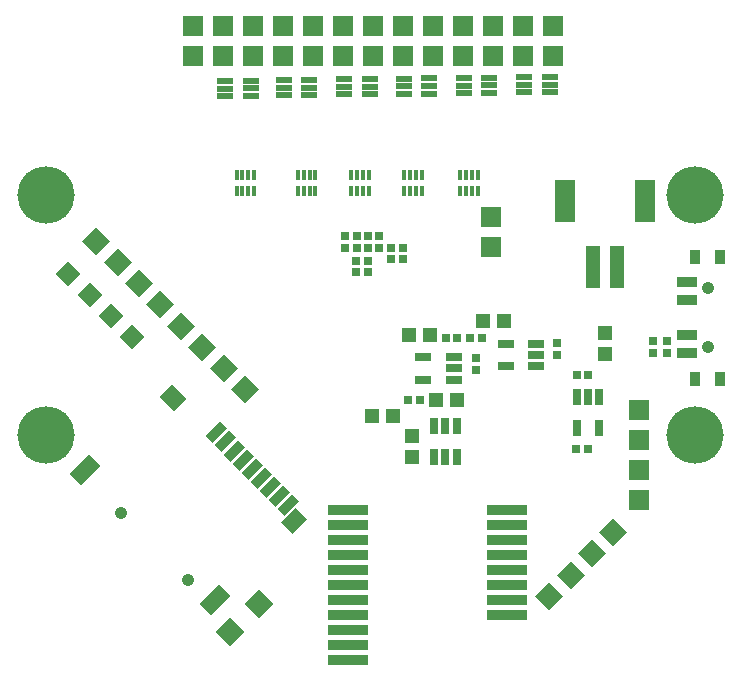
<source format=gbs>
G04 EasyPC Gerber Version 20.0.2 Build 4112 *
G04 #@! TF.Part,Single*
G04 #@! TF.FileFunction,Soldermask,Bot *
%FSLAX24Y24*%
%MOIN*%
G04 #@! TA.AperFunction,SMDPad*
%ADD123R,0.01600X0.03356*%
%ADD119R,0.02765X0.05324*%
%ADD120R,0.02962X0.05324*%
%ADD13R,0.03000X0.03000*%
%ADD132R,0.03800X0.04500*%
%ADD130R,0.04500X0.14400*%
%ADD26R,0.04537X0.04891*%
%ADD17R,0.04540X0.04930*%
%ADD129R,0.06500X0.14000*%
G04 #@! TA.AperFunction,ComponentPad*
%ADD71R,0.06600X0.06600*%
%ADD25C,0.04200*%
G04 #@! TA.AperFunction,WasherPad*
%ADD10C,0.19100*%
G04 #@! TA.AperFunction,SMDPad*
%ADD24R,0.05200X0.02400*%
%ADD118R,0.05324X0.02962*%
%ADD15R,0.03000X0.03000*%
%ADD131R,0.06500X0.03400*%
%ADD124R,0.13800X0.03800*%
%ADD121R,0.04891X0.04537*%
%ADD18R,0.04930X0.04540*%
%AMT127*0 Rectangle Pad at angle 45*21,1,0.06100,0.06900,0,0,45*%
%ADD127T127*%
G04 #@! TA.AperFunction,ComponentPad*
%AMT23*0 Rectangle Pad at angle 45*21,1,0.06600,0.06600,0,0,45*%
%ADD23T23*%
G04 #@! TA.AperFunction,SMDPad*
%AMT125*0 Rectangle Pad at angle 135*21,1,0.03300,0.06900,0,0,135*%
%ADD125T125*%
%AMT128*0 Rectangle Pad at angle 135*21,1,0.05300,0.06900,0,0,135*%
%ADD128T128*%
%AMT126*0 Rectangle Pad at angle 135*21,1,0.05300,0.09300,0,0,135*%
%ADD126T126*%
%AMT122*0 Rectangle Pad at angle 45*21,1,0.06900,0.06900,0,0,45*%
%ADD122T122*%
%AMT133*0 Rectangle Pad at angle 135*21,1,0.06100,0.06100,0,0,135*%
%ADD133T133*%
X0Y0D02*
D02*
D10*
X1325Y8105D03*
Y16105D03*
X22955Y8105D03*
Y16105D03*
D02*
D13*
X11285Y14355D03*
Y14745D03*
X11665Y14355D03*
Y14745D03*
X12045Y14355D03*
Y14745D03*
X12425Y14355D03*
Y14745D03*
X15635Y10275D03*
Y10665D03*
X18335Y10775D03*
Y11165D03*
X21555Y10835D03*
Y11225D03*
X22005Y10835D03*
Y11225D03*
D02*
D15*
X11645Y13535D03*
Y13915D03*
X12035Y13535D03*
Y13915D03*
X12825Y13975D03*
Y14355D03*
X13215Y13975D03*
Y14355D03*
X13395Y9285D03*
X13785D03*
X14635Y11335D03*
X15025D03*
X15445Y11325D03*
X15835D03*
X18995Y7635D03*
X19005Y10115D03*
X19385Y7635D03*
X19395Y10115D03*
D02*
D17*
X12195Y8755D03*
X12895D03*
X13415Y11435D03*
X14115D03*
X14325Y9265D03*
X15025D03*
D02*
D18*
X13525Y7385D03*
Y8085D03*
D02*
D71*
X6205Y20745D03*
Y21745D03*
X7205Y20745D03*
Y21745D03*
X8205Y20745D03*
Y21745D03*
X9205Y20745D03*
Y21745D03*
X10205Y20745D03*
Y21745D03*
X11205Y20745D03*
Y21745D03*
X12205Y20745D03*
Y21745D03*
X13205Y20745D03*
Y21745D03*
X14205Y20745D03*
Y21745D03*
X15205Y20745D03*
Y21745D03*
X16145Y14385D03*
Y15385D03*
X16205Y20745D03*
Y21745D03*
X17205Y20745D03*
Y21745D03*
X18205Y20745D03*
Y21745D03*
X21075Y5945D03*
Y6945D03*
Y7945D03*
Y8945D03*
D02*
D23*
X2990Y14580D03*
X3697Y13873D03*
X4404Y13166D03*
X5111Y12459D03*
X5819Y11751D03*
X6526Y11044D03*
X7233Y10337D03*
X7940Y9630D03*
X18094Y2744D03*
X18801Y3451D03*
X19508Y4158D03*
X20215Y4865D03*
D02*
D24*
X7295Y19405D03*
Y19655D03*
Y19905D03*
X8155Y19405D03*
Y19661D03*
Y19917D03*
X9235Y19425D03*
Y19675D03*
Y19925D03*
X10095Y19425D03*
Y19681D03*
Y19937D03*
X11255Y19465D03*
Y19715D03*
Y19965D03*
X12115Y19465D03*
Y19721D03*
Y19977D03*
X13235Y19485D03*
Y19735D03*
Y19985D03*
X14095Y19485D03*
Y19741D03*
Y19997D03*
X15235Y19505D03*
Y19755D03*
Y20005D03*
X16095Y19505D03*
Y19761D03*
Y20017D03*
X17255Y19525D03*
Y19775D03*
Y20025D03*
X18115Y19525D03*
Y19781D03*
Y20037D03*
D02*
D25*
X3816Y5504D03*
X6044Y3276D03*
X23365Y11035D03*
Y12995D03*
D02*
D26*
X19955Y10815D03*
Y11515D03*
D02*
D118*
X13881Y9951D03*
Y10699D03*
X14909Y9951D03*
Y10325D03*
Y10699D03*
X16631Y10401D03*
Y11149D03*
X17659Y10401D03*
Y10775D03*
Y11149D03*
D02*
D119*
X14251Y7383D03*
Y8407D03*
X14625Y7383D03*
Y8407D03*
X14999Y7383D03*
Y8407D03*
D02*
D120*
X19011Y8331D03*
Y9359D03*
X19385D03*
X19759Y8331D03*
Y9359D03*
D02*
D121*
X15865Y11915D03*
X16565D03*
D02*
D122*
X7451Y1541D03*
X8399Y2489D03*
D02*
D123*
X7664Y16245D03*
Y16757D03*
X7861Y16245D03*
Y16757D03*
X8058Y16245D03*
Y16757D03*
X8255Y16245D03*
Y16757D03*
X9704Y16245D03*
Y16757D03*
X9901Y16245D03*
Y16757D03*
X10098Y16245D03*
Y16757D03*
X10295Y16245D03*
Y16757D03*
X11484Y16245D03*
Y16757D03*
X11681Y16245D03*
Y16757D03*
X11878Y16245D03*
Y16757D03*
X12075Y16245D03*
Y16757D03*
X13244Y16245D03*
Y16757D03*
X13441Y16245D03*
Y16757D03*
X13638Y16245D03*
Y16757D03*
X13835Y16245D03*
Y16757D03*
X15124Y16245D03*
Y16757D03*
X15321Y16245D03*
Y16757D03*
X15518Y16245D03*
Y16757D03*
X15715Y16245D03*
Y16757D03*
D02*
D124*
X11395Y605D03*
Y1105D03*
Y1605D03*
Y2105D03*
Y2605D03*
Y3105D03*
Y3605D03*
Y4105D03*
Y4605D03*
Y5105D03*
Y5605D03*
X16675Y2105D03*
Y2605D03*
Y3105D03*
Y3605D03*
Y4105D03*
Y4605D03*
Y5105D03*
Y5605D03*
D02*
D125*
X6963Y8198D03*
X7267Y7894D03*
X7571Y7589D03*
X7875Y7285D03*
X8179Y6981D03*
X8483Y6677D03*
X8787Y6373D03*
X9091Y6069D03*
X9396Y5765D03*
D02*
D126*
X2621Y6925D03*
X6935Y2611D03*
D02*
D127*
X5542Y9350D03*
D02*
D128*
X9579Y5256D03*
D02*
D129*
X18615Y15905D03*
X21265D03*
D02*
D130*
X19545Y13705D03*
X20335D03*
D02*
D131*
X22675Y10835D03*
Y11425D03*
Y12605D03*
Y13195D03*
D02*
D132*
X22945Y9985D03*
Y14045D03*
X23785Y9985D03*
Y14045D03*
D02*
D133*
X2061Y13479D03*
X2769Y12771D03*
X3476Y12064D03*
X4183Y11357D03*
X0Y0D02*
M02*

</source>
